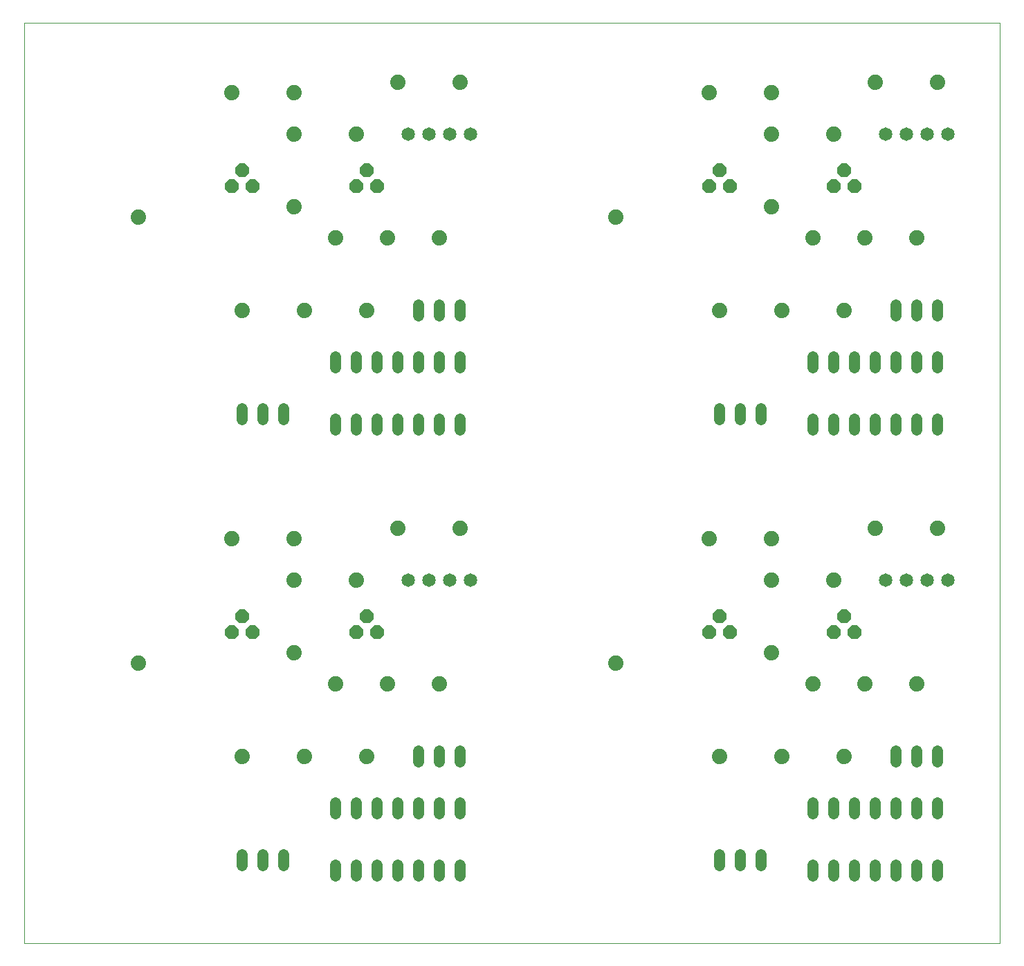
<source format=gtl>
G75*
G70*
%OFA0B0*%
%FSLAX24Y24*%
%IPPOS*%
%LPD*%
%AMOC8*
5,1,8,0,0,1.08239X$1,22.5*
%
%ADD10C,0.0000*%
%ADD11C,0.0740*%
%ADD12C,0.0650*%
%ADD13C,0.0520*%
%ADD14OC8,0.0660*%
D10*
X000100Y000100D02*
X000100Y044470D01*
X047092Y044470D01*
X047092Y000100D01*
X000100Y000100D01*
D11*
X010600Y009100D03*
X013600Y009100D03*
X016600Y009100D03*
X017600Y012600D03*
X020100Y012600D03*
X015100Y012600D03*
X013100Y014100D03*
X013100Y017600D03*
X013100Y019600D03*
X010100Y019600D03*
X016100Y017600D03*
X018100Y020100D03*
X021100Y020100D03*
X028600Y013600D03*
X033600Y009100D03*
X036600Y009100D03*
X039600Y009100D03*
X040600Y012600D03*
X043100Y012600D03*
X038100Y012600D03*
X036100Y014100D03*
X036100Y017600D03*
X036100Y019600D03*
X033100Y019600D03*
X039100Y017600D03*
X041100Y020100D03*
X044100Y020100D03*
X039600Y030600D03*
X036600Y030600D03*
X033600Y030600D03*
X038100Y034100D03*
X036100Y035600D03*
X036100Y039100D03*
X036100Y041100D03*
X033100Y041100D03*
X039100Y039100D03*
X041100Y041600D03*
X044100Y041600D03*
X043100Y034100D03*
X040600Y034100D03*
X028600Y035100D03*
X021100Y041600D03*
X018100Y041600D03*
X016100Y039100D03*
X013100Y039100D03*
X013100Y041100D03*
X010100Y041100D03*
X013100Y035600D03*
X015100Y034100D03*
X017600Y034100D03*
X020100Y034100D03*
X016600Y030600D03*
X013600Y030600D03*
X010600Y030600D03*
X005600Y035100D03*
X005600Y013600D03*
D12*
X018600Y017600D03*
X019600Y017600D03*
X020600Y017600D03*
X021600Y017600D03*
X041600Y017600D03*
X042600Y017600D03*
X043600Y017600D03*
X044600Y017600D03*
X044600Y039100D03*
X043600Y039100D03*
X042600Y039100D03*
X041600Y039100D03*
X021600Y039100D03*
X020600Y039100D03*
X019600Y039100D03*
X018600Y039100D03*
D13*
X019100Y030860D02*
X019100Y030340D01*
X020100Y030340D02*
X020100Y030860D01*
X021100Y030860D02*
X021100Y030340D01*
X021100Y028360D02*
X021100Y027840D01*
X020100Y027840D02*
X020100Y028360D01*
X019100Y028360D02*
X019100Y027840D01*
X018100Y027840D02*
X018100Y028360D01*
X017100Y028360D02*
X017100Y027840D01*
X016100Y027840D02*
X016100Y028360D01*
X015100Y028360D02*
X015100Y027840D01*
X012600Y025860D02*
X012600Y025340D01*
X011600Y025340D02*
X011600Y025860D01*
X010600Y025860D02*
X010600Y025340D01*
X015100Y025360D02*
X015100Y024840D01*
X016100Y024840D02*
X016100Y025360D01*
X017100Y025360D02*
X017100Y024840D01*
X018100Y024840D02*
X018100Y025360D01*
X019100Y025360D02*
X019100Y024840D01*
X020100Y024840D02*
X020100Y025360D01*
X021100Y025360D02*
X021100Y024840D01*
X033600Y025340D02*
X033600Y025860D01*
X034600Y025860D02*
X034600Y025340D01*
X035600Y025340D02*
X035600Y025860D01*
X038100Y025360D02*
X038100Y024840D01*
X039100Y024840D02*
X039100Y025360D01*
X040100Y025360D02*
X040100Y024840D01*
X041100Y024840D02*
X041100Y025360D01*
X042100Y025360D02*
X042100Y024840D01*
X043100Y024840D02*
X043100Y025360D01*
X044100Y025360D02*
X044100Y024840D01*
X044100Y027840D02*
X044100Y028360D01*
X043100Y028360D02*
X043100Y027840D01*
X042100Y027840D02*
X042100Y028360D01*
X041100Y028360D02*
X041100Y027840D01*
X040100Y027840D02*
X040100Y028360D01*
X039100Y028360D02*
X039100Y027840D01*
X038100Y027840D02*
X038100Y028360D01*
X042100Y030340D02*
X042100Y030860D01*
X043100Y030860D02*
X043100Y030340D01*
X044100Y030340D02*
X044100Y030860D01*
X044100Y009360D02*
X044100Y008840D01*
X043100Y008840D02*
X043100Y009360D01*
X042100Y009360D02*
X042100Y008840D01*
X042100Y006860D02*
X042100Y006340D01*
X041100Y006340D02*
X041100Y006860D01*
X040100Y006860D02*
X040100Y006340D01*
X039100Y006340D02*
X039100Y006860D01*
X038100Y006860D02*
X038100Y006340D01*
X035600Y004360D02*
X035600Y003840D01*
X034600Y003840D02*
X034600Y004360D01*
X033600Y004360D02*
X033600Y003840D01*
X038100Y003860D02*
X038100Y003340D01*
X039100Y003340D02*
X039100Y003860D01*
X040100Y003860D02*
X040100Y003340D01*
X041100Y003340D02*
X041100Y003860D01*
X042100Y003860D02*
X042100Y003340D01*
X043100Y003340D02*
X043100Y003860D01*
X044100Y003860D02*
X044100Y003340D01*
X044100Y006340D02*
X044100Y006860D01*
X043100Y006860D02*
X043100Y006340D01*
X021100Y006340D02*
X021100Y006860D01*
X020100Y006860D02*
X020100Y006340D01*
X019100Y006340D02*
X019100Y006860D01*
X018100Y006860D02*
X018100Y006340D01*
X017100Y006340D02*
X017100Y006860D01*
X016100Y006860D02*
X016100Y006340D01*
X015100Y006340D02*
X015100Y006860D01*
X012600Y004360D02*
X012600Y003840D01*
X011600Y003840D02*
X011600Y004360D01*
X010600Y004360D02*
X010600Y003840D01*
X015100Y003860D02*
X015100Y003340D01*
X016100Y003340D02*
X016100Y003860D01*
X017100Y003860D02*
X017100Y003340D01*
X018100Y003340D02*
X018100Y003860D01*
X019100Y003860D02*
X019100Y003340D01*
X020100Y003340D02*
X020100Y003860D01*
X021100Y003860D02*
X021100Y003340D01*
X021100Y008840D02*
X021100Y009360D01*
X020100Y009360D02*
X020100Y008840D01*
X019100Y008840D02*
X019100Y009360D01*
D14*
X017100Y015100D03*
X016600Y015850D03*
X016100Y015100D03*
X011100Y015100D03*
X010600Y015850D03*
X010100Y015100D03*
X010100Y036600D03*
X010600Y037350D03*
X011100Y036600D03*
X016100Y036600D03*
X016600Y037350D03*
X017100Y036600D03*
X033100Y036600D03*
X033600Y037350D03*
X034100Y036600D03*
X039100Y036600D03*
X039600Y037350D03*
X040100Y036600D03*
X039600Y015850D03*
X039100Y015100D03*
X040100Y015100D03*
X034100Y015100D03*
X033600Y015850D03*
X033100Y015100D03*
M02*

</source>
